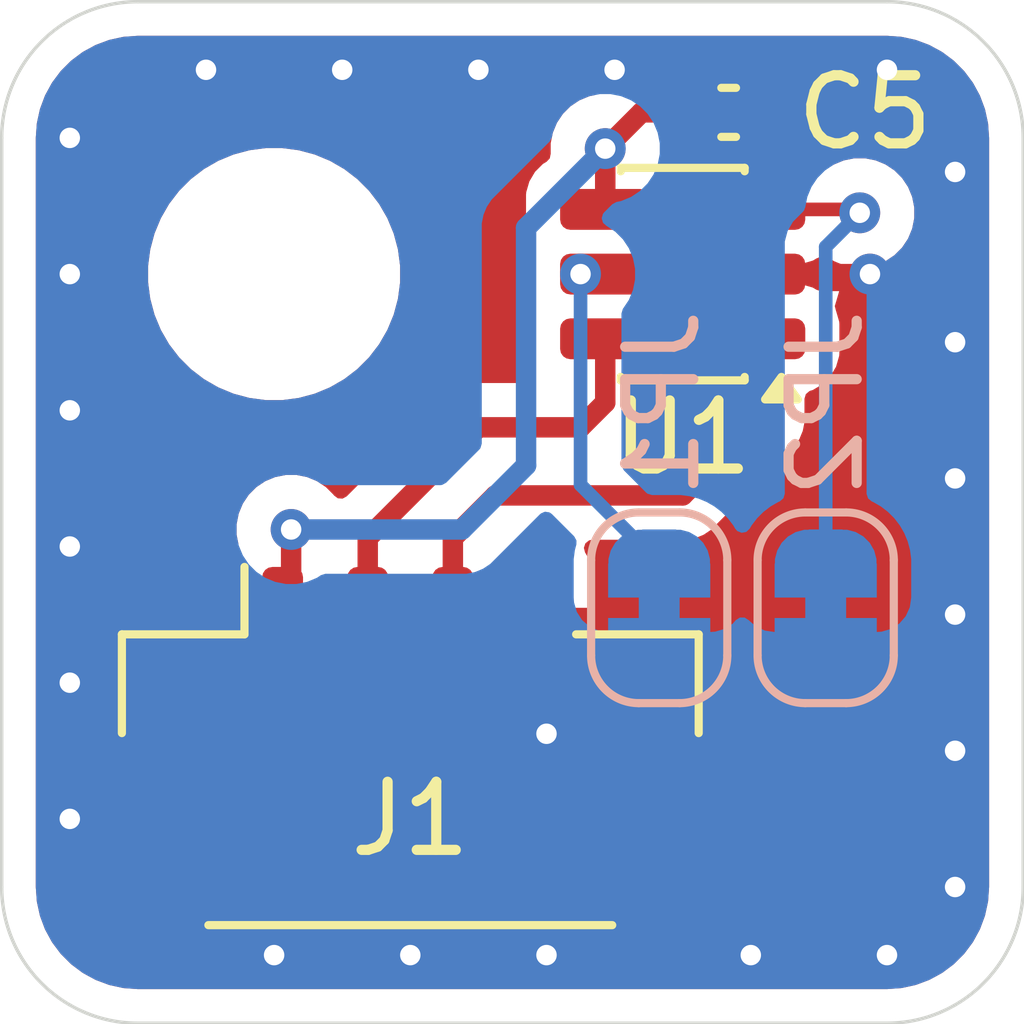
<source format=kicad_pcb>
(kicad_pcb (version 20241229) (generator "pcbnew") (generator_version "9.0")
  (layers (0 "F.Cu" signal) (2 "B.Cu" signal) (13 "F.Paste" user) (15 "B.Paste" user) (5 "F.SilkS" user "F.Silkscreen") (7 "B.SilkS" user "B.Silkscreen") (1 "F.Mask" user) (3 "B.Mask" user) (25 "Edge.Cuts" user))
  (net 0 "")
  (net 1 "GND")
  (net 2 "+3V3_SBC")
  (net 3 "/I2C_SNS_SDA")
  (net 4 "/I2C_SNS_SCL")
  (net 5 "Net-(JP1-B)")
  (net 6 "Net-(JP2-B)")
  (footprint "Capacitor_SMD:C_0402_1005Metric" (layer "F.Cu") (at 107.675 81.625)
    (property "Reference" "C5" (at 2 0 0) (layer "F.SilkS"))
    (property "Value" "0.1uF")
    (fp_line (start -0.107836 -0.36) (end 0.107836 -0.36) (stroke (width 0.12)) (layer "F.SilkS"))
    (fp_line (start -0.107836 0.36) (end 0.107836 0.36) (stroke (width 0.12)) (layer "F.SilkS"))
    (pad "1" smd roundrect (at -0.48 0) (size 0.56 0.62) (layers "F.Cu" "F.Mask" "F.Paste") (net 2 "+3V3_SBC"))
    (pad "2" smd roundrect (at 0.48 0) (size 0.56 0.62) (layers "F.Cu" "F.Mask" "F.Paste") (net 1 "GND"))
  )
  (footprint "Package_TO_SOT_SMD:SOT-23-6" (layer "F.Cu") (at 107 84 180)
    (property "Reference" "U1" (at 0 -2.4 0) (layer "F.SilkS"))
    (property "Value" "TMP100" (hide yes))
    (fp_line (start 0.91 1.56) (end -0.91 1.56) (stroke (width 0.12)) (layer "F.SilkS"))
    (fp_line (start 0.91 1.51) (end 0.91 1.56) (stroke (width 0.12)) (layer "F.SilkS"))
    (fp_line (start 0.91 -1.56) (end 0.91 -1.51) (stroke (width 0.12)) (layer "F.SilkS"))
    (fp_line (start -0.91 1.56) (end -0.91 1.51) (stroke (width 0.12)) (layer "F.SilkS"))
    (fp_line (start -0.91 -1.51) (end -0.91 -1.56) (stroke (width 0.12)) (layer "F.SilkS"))
    (fp_line (start -0.91 -1.56) (end 0.91 -1.56) (stroke (width 0.12)) (layer "F.SilkS"))
    (fp_poly (pts (xy -1.45 -1.51) (xy -1.69 -1.84) (xy -1.21 -1.84)) (stroke (width 0.12)) (fill yes) (layer "F.SilkS"))
    (pad "1" smd roundrect (at -1.1375 -0.95 180) (size 1.325 0.6) (layers "F.Cu" "F.Mask" "F.Paste") (net 4 "/I2C_SNS_SCL"))
    (pad "2" smd roundrect (at -1.1375 0 180) (size 1.325 0.6) (layers "F.Cu" "F.Mask" "F.Paste") (net 1 "GND"))
    (pad "3" smd roundrect (at -1.1375 0.95 180) (size 1.325 0.6) (layers "F.Cu" "F.Mask" "F.Paste") (net 6 "Net-(JP2-B)"))
    (pad "4" smd roundrect (at 1.1375 0.95 180) (size 1.325 0.6) (layers "F.Cu" "F.Mask" "F.Paste") (net 2 "+3V3_SBC"))
    (pad "5" smd roundrect (at 1.1375 0 180) (size 1.325 0.6) (layers "F.Cu" "F.Mask" "F.Paste") (net 5 "Net-(JP1-B)"))
    (pad "6" smd roundrect (at 1.1375 -0.95 180) (size 1.325 0.6) (layers "F.Cu" "F.Mask" "F.Paste") (net 3 "/I2C_SNS_SDA"))
  )
  (footprint "MountingHole:MountingHole_3.2mm_M3" (layer "F.Cu") (at 101 84)
    (property "Reference" "H1" (hide yes))
    (property "Value" "MountingHole" (hide yes))
    (pad "" np_thru_hole circle (at 0 0) (size 3.2 3.2) (drill 3.2) (layers "*.Cu" "*.Mask"))
  )
  (footprint "Connector_JST:JST_GH_SM04B-GHS-TB_1x04-1MP_P1.25mm_Horizontal" (layer "F.Cu") (at 103 91)
    (property "Reference" "J1" (at 0 1 0) (layer "F.SilkS"))
    (property "Value" "SM04B-GHS-TB" (hide yes))
    (fp_line (start -4.235 -1.71) (end -2.435 -1.71) (stroke (width 0.12)) (layer "F.SilkS"))
    (fp_line (start -4.235 -0.26) (end -4.235 -1.71) (stroke (width 0.12)) (layer "F.SilkS"))
    (fp_line (start -2.965 2.56) (end 2.965 2.56) (stroke (width 0.12)) (layer "F.SilkS"))
    (fp_line (start -2.435 -1.71) (end -2.435 -2.7) (stroke (width 0.12)) (layer "F.SilkS"))
    (fp_line (start 4.235 -1.71) (end 2.435 -1.71) (stroke (width 0.12)) (layer "F.SilkS"))
    (fp_line (start 4.235 -0.26) (end 4.235 -1.71) (stroke (width 0.12)) (layer "F.SilkS"))
    (pad "1" smd roundrect (at -1.875 -1.85) (size 0.6 1.7) (layers "F.Cu" "F.Mask" "F.Paste") (net 2 "+3V3_SBC"))
    (pad "2" smd roundrect (at -0.625 -1.85) (size 0.6 1.7) (layers "F.Cu" "F.Mask" "F.Paste") (net 3 "/I2C_SNS_SDA"))
    (pad "3" smd roundrect (at 0.625 -1.85) (size 0.6 1.7) (layers "F.Cu" "F.Mask" "F.Paste") (net 4 "/I2C_SNS_SCL"))
    (pad "4" smd roundrect (at 1.875 -1.85) (size 0.6 1.7) (layers "F.Cu" "F.Mask" "F.Paste") (net 1 "GND"))
    (pad "MP" smd roundrect (at -3.725 1.35) (size 1 2.7) (layers "F.Cu" "F.Mask" "F.Paste"))
    (pad "MP" smd roundrect (at 3.725 1.35) (size 1 2.7) (layers "F.Cu" "F.Mask" "F.Paste"))
  )
  (footprint "Jumper:SolderJumper-2_P1.3mm_Bridged_RoundedPad1.0x1.5mm" (layer "B.Cu") (at 106.655 88.9 90)
    (property "Reference" "JP1" (at 3 0.045 90) (layer "B.SilkS") (effects (justify mirror)))
    (property "Value" "SolderJumper_2_Bridged" (hide yes))
    (fp_poly (pts (xy 0.25 0.3) (xy -0.25 0.3) (xy -0.25 -0.3) (xy 0.25 -0.3)) (fill yes) (layer "B.Cu"))
    (fp_line (start 0.7 -1) (end -0.7 -1) (stroke (width 0.12)) (layer "B.SilkS"))
    (fp_line (start -1.4 -0.3) (end -1.4 0.3) (stroke (width 0.12)) (layer "B.SilkS"))
    (fp_line (start 1.4 0.3) (end 1.4 -0.3) (stroke (width 0.12)) (layer "B.SilkS"))
    (fp_line (start -0.7 1) (end 0.7 1) (stroke (width 0.12)) (layer "B.SilkS"))
    (fp_arc (start 0.7 -1) (mid 1.194975 -0.794975) (end 1.4 -0.3) (stroke (width 0.12)) (layer "B.SilkS"))
    (fp_arc (start -1.4 -0.3) (mid -1.194975 -0.794975) (end -0.7 -1) (stroke (width 0.12)) (layer "B.SilkS"))
    (fp_arc (start 1.4 0.3) (mid 1.194975 0.794975) (end 0.7 1) (stroke (width 0.12)) (layer "B.SilkS"))
    (fp_arc (start -0.7 1) (mid -1.194975 0.794975) (end -1.4 0.3) (stroke (width 0.12)) (layer "B.SilkS"))
    (pad "1" smd custom (at -0.65 0 90) (size 1 0.5) (layers "B.Cu" "B.Mask") (net 1 "GND") (options (clearance outline) (anchor rect)) (primitives (gr_circle (center 0 -0.25) (end 0.5 -0.25) (width 0) (fill yes)) (gr_circle (center 0 0.25) (end 0.5 0.25) (width 0) (fill yes)) (gr_poly (pts (xy 0.5 -0.75) (xy 0 -0.75) (xy 0 0.75) (xy 0.5 0.75)) (width 0) (fill yes))))
    (pad "2" smd custom (at 0.65 0 90) (size 1 0.5) (layers "B.Cu" "B.Mask") (net 5 "Net-(JP1-B)") (options (clearance outline) (anchor rect)) (primitives (gr_circle (center 0 -0.25) (end 0.5 -0.25) (width 0) (fill yes)) (gr_circle (center 0 0.25) (end 0.5 0.25) (width 0) (fill yes)) (gr_poly (pts (xy 0 -0.75) (xy -0.5 -0.75) (xy -0.5 0.75) (xy 0 0.75)) (width 0) (fill yes))))
  )
  (footprint "Jumper:SolderJumper-2_P1.3mm_Bridged_RoundedPad1.0x1.5mm" (layer "B.Cu") (at 109.1 88.9 90)
    (property "Reference" "JP2" (at 3 0 90) (layer "B.SilkS") (effects (justify mirror)))
    (property "Value" "SolderJumper_2_Bridged" (hide yes))
    (fp_poly (pts (xy 0.25 0.3) (xy -0.25 0.3) (xy -0.25 -0.3) (xy 0.25 -0.3)) (fill yes) (layer "B.Cu"))
    (fp_line (start 0.7 -1) (end -0.7 -1) (stroke (width 0.12)) (layer "B.SilkS"))
    (fp_line (start -1.4 -0.3) (end -1.4 0.3) (stroke (width 0.12)) (layer "B.SilkS"))
    (fp_line (start 1.4 0.3) (end 1.4 -0.3) (stroke (width 0.12)) (layer "B.SilkS"))
    (fp_line (start -0.7 1) (end 0.7 1) (stroke (width 0.12)) (layer "B.SilkS"))
    (fp_arc (start 0.7 -1) (mid 1.194975 -0.794975) (end 1.4 -0.3) (stroke (width 0.12)) (layer "B.SilkS"))
    (fp_arc (start -1.4 -0.3) (mid -1.194975 -0.794975) (end -0.7 -1) (stroke (width 0.12)) (layer "B.SilkS"))
    (fp_arc (start 1.4 0.3) (mid 1.194975 0.794975) (end 0.7 1) (stroke (width 0.12)) (layer "B.SilkS"))
    (fp_arc (start -0.7 1) (mid -1.194975 0.794975) (end -1.4 0.3) (stroke (width 0.12)) (layer "B.SilkS"))
    (pad "1" smd custom (at -0.65 0 90) (size 1 0.5) (layers "B.Cu" "B.Mask") (net 1 "GND") (options (clearance outline) (anchor rect)) (primitives (gr_circle (center 0 -0.25) (end 0.5 -0.25) (width 0) (fill yes)) (gr_circle (center 0 0.25) (end 0.5 0.25) (width 0) (fill yes)) (gr_poly (pts (xy 0.5 -0.75) (xy 0 -0.75) (xy 0 0.75) (xy 0.5 0.75)) (width 0) (fill yes))))
    (pad "2" smd custom (at 0.65 0 90) (size 1 0.5) (layers "B.Cu" "B.Mask") (net 6 "Net-(JP2-B)") (options (clearance outline) (anchor rect)) (primitives (gr_circle (center 0 -0.25) (end 0.5 -0.25) (width 0) (fill yes)) (gr_circle (center 0 0.25) (end 0.5 0.25) (width 0) (fill yes)) (gr_poly (pts (xy 0 -0.75) (xy -0.5 -0.75) (xy -0.5 0.75) (xy 0 0.75)) (width 0) (fill yes))))
  )
  (gr_arc (start 97 82) (mid 97.585786 80.585786) (end 99 80) (stroke (width 0.05)) (layer "Edge.Cuts"))
  (gr_line (start 99 95) (end 110 95) (stroke (width 0.05)) (layer "Edge.Cuts"))
  (gr_arc (start 110 80) (mid 111.414214 80.585786) (end 112 82) (stroke (width 0.05)) (layer "Edge.Cuts"))
  (gr_line (start 97 82) (end 97 93) (stroke (width 0.05)) (layer "Edge.Cuts"))
  (gr_line (start 110 80) (end 99 80) (stroke (width 0.05)) (layer "Edge.Cuts"))
  (gr_arc (start 112 93) (mid 111.414214 94.414214) (end 110 95) (stroke (width 0.05)) (layer "Edge.Cuts"))
  (gr_arc (start 99 95) (mid 97.585786 94.414214) (end 97 93) (stroke (width 0.05)) (layer "Edge.Cuts"))
  (gr_line (start 112 93) (end 112 82) (stroke (width 0.05)) (layer "Edge.Cuts"))
  (segment (start 104.875 89.15) (end 104.875 90.625) (width 0.3) (layer "F.Cu") (net 1))
  (segment (start 108.1375 84) (end 109.75 84) (width 0.3) (layer "F.Cu") (net 1))
  (segment (start 104.875 90.625) (end 105 90.75) (width 0.3) (layer "F.Cu") (net 1))
  (via (at 100 81) (size 0.6) (drill 0.3) (layers "F.Cu" "B.Cu") (net 1))
  (via (at 98 82) (size 0.6) (drill 0.3) (layers "F.Cu" "B.Cu") (net 1))
  (via (at 111 87) (size 0.6) (drill 0.3) (layers "F.Cu" "B.Cu") (net 1))
  (via (at 111 91) (size 0.6) (drill 0.3) (layers "F.Cu" "B.Cu") (net 1))
  (via (at 111 89) (size 0.6) (drill 0.3) (layers "F.Cu" "B.Cu") (net 1))
  (via (at 108 94) (size 0.6) (drill 0.3) (layers "F.Cu" "B.Cu") (net 1))
  (via (at 111 82.5) (size 0.6) (drill 0.3) (layers "F.Cu" "B.Cu") (net 1))
  (via (at 103 94) (size 0.6) (drill 0.3) (layers "F.Cu" "B.Cu") (net 1))
  (via (at 105 90.75) (size 0.6) (drill 0.3) (layers "F.Cu" "B.Cu") (net 1))
  (via (at 98 92) (size 0.6) (drill 0.3) (layers "F.Cu" "B.Cu") (net 1))
  (via (at 110 81) (size 0.6) (drill 0.3) (layers "F.Cu" "B.Cu") (net 1))
  (via (at 111 85) (size 0.6) (drill 0.3) (layers "F.Cu" "B.Cu") (net 1))
  (via (at 98 88) (size 0.6) (drill 0.3) (layers "F.Cu" "B.Cu") (net 1))
  (via (at 106 81) (size 0.6) (drill 0.3) (layers "F.Cu" "B.Cu") (net 1))
  (via (at 101 94) (size 0.6) (drill 0.3) (layers "F.Cu" "B.Cu") (net 1))
  (via (at 98 90) (size 0.6) (drill 0.3) (layers "F.Cu" "B.Cu") (net 1))
  (via (at 102 81) (size 0.6) (drill 0.3) (layers "F.Cu" "B.Cu") (net 1))
  (via (at 111 93) (size 0.6) (drill 0.3) (layers "F.Cu" "B.Cu") (net 1))
  (via (at 104 81) (size 0.6) (drill 0.3) (layers "F.Cu" "B.Cu") (net 1))
  (via (at 110 94) (size 0.6) (drill 0.3) (layers "F.Cu" "B.Cu") (net 1))
  (via (at 98 86) (size 0.6) (drill 0.3) (layers "F.Cu" "B.Cu") (net 1))
  (via (at 98 84) (size 0.6) (drill 0.3) (layers "F.Cu" "B.Cu") (net 1))
  (via (at 109.75 84) (size 0.6) (drill 0.3) (layers "F.Cu" "B.Cu") (net 1))
  (via (at 105 94) (size 0.6) (drill 0.3) (layers "F.Cu" "B.Cu") (net 1))
  (segment (start 101.25 87.75) (end 101.25 89.025) (width 0.3) (layer "F.Cu") (net 2))
  (segment (start 105.8625 83.05) (end 105.8625 82.157501) (width 0.3) (layer "F.Cu") (net 2))
  (segment (start 105.8625 82.157501) (end 105.862502 82.157499) (width 0.3) (layer "F.Cu") (net 2))
  (segment (start 101.25 89.025) (end 101.125 89.15) (width 0.3) (layer "F.Cu") (net 2))
  (segment (start 106.395 81.625) (end 107.195 81.625) (width 0.3) (layer "F.Cu") (net 2))
  (segment (start 105.8625 83.05) (end 105.8625 82.1575) (width 0.3) (layer "F.Cu") (net 2))
  (segment (start 105.8625 82.1575) (end 106.395 81.625) (width 0.3) (layer "F.Cu") (net 2))
  (via (at 105.862502 82.157499) (size 0.6) (drill 0.3) (layers "F.Cu" "B.Cu") (net 2))
  (via (at 101.25 87.75) (size 0.6) (drill 0.3) (layers "F.Cu" "B.Cu") (net 2))
  (segment (start 104.7 83.320001) (end 105.862502 82.157499) (width 0.3) (layer "B.Cu") (net 2))
  (segment (start 103.76 87.75) (end 104.7 86.81) (width 0.3) (layer "B.Cu") (net 2))
  (segment (start 104.7 86.81) (end 104.7 83.320001) (width 0.3) (layer "B.Cu") (net 2))
  (segment (start 101.25 87.75) (end 103.76 87.75) (width 0.3) (layer "B.Cu") (net 2))
  (segment (start 105.8625 84.95) (end 105.8625 85.8875) (width 0.3) (layer "F.Cu") (net 3))
  (segment (start 104 86.25) (end 102.375 87.875) (width 0.3) (layer "F.Cu") (net 3))
  (segment (start 105.5 86.25) (end 104 86.25) (width 0.3) (layer "F.Cu") (net 3))
  (segment (start 102.375 87.875) (end 102.375 89.15) (width 0.3) (layer "F.Cu") (net 3))
  (segment (start 105.8625 85.8875) (end 105.5 86.25) (width 0.3) (layer "F.Cu") (net 3))
  (segment (start 104.25 87.25) (end 107 87.25) (width 0.3) (layer "F.Cu") (net 4))
  (segment (start 103.625 89.15) (end 103.625 87.875) (width 0.3) (layer "F.Cu") (net 4))
  (segment (start 108.1375 86.1125) (end 108.1375 84.95) (width 0.3) (layer "F.Cu") (net 4))
  (segment (start 107 87.25) (end 108.1375 86.1125) (width 0.3) (layer "F.Cu") (net 4))
  (segment (start 103.625 87.875) (end 104.25 87.25) (width 0.3) (layer "F.Cu") (net 4))
  (segment (start 105.5 84) (end 105.8625 84) (width 0.2) (layer "F.Cu") (net 5))
  (via (at 105.5 84) (size 0.6) (drill 0.3) (layers "F.Cu" "B.Cu") (net 5))
  (segment (start 105.5 87.095) (end 105.5 84) (width 0.2) (layer "B.Cu") (net 5))
  (segment (start 106.655 88.25) (end 105.5 87.095) (width 0.2) (layer "B.Cu") (net 5))
  (segment (start 109.55 83.05) (end 109.6 83.1) (width 0.2) (layer "F.Cu") (net 6))
  (segment (start 108.1375 83.05) (end 109.55 83.05) (width 0.2) (layer "F.Cu") (net 6))
  (via (at 109.6 83.1) (size 0.6) (drill 0.3) (layers "F.Cu" "B.Cu") (net 6))
  (segment (start 109.1 83.6) (end 109.6 83.1) (width 0.2) (layer "B.Cu") (net 6))
  (segment (start 109.1 88.25) (end 109.1 83.6) (width 0.2) (layer "B.Cu") (net 6))
  (zone (net 1) (net_name "GND") (layers "F.Cu" "B.Cu") (connect_pads (clearance 0.5)) (min_thickness 0.25) (fill yes (thermal_gap 0.5) (thermal_bridge_width 0.5))
    (polygon (pts (xy 97 80) (xy 112 80) (xy 112 95) (xy 97 95)))
  )
)
</source>
